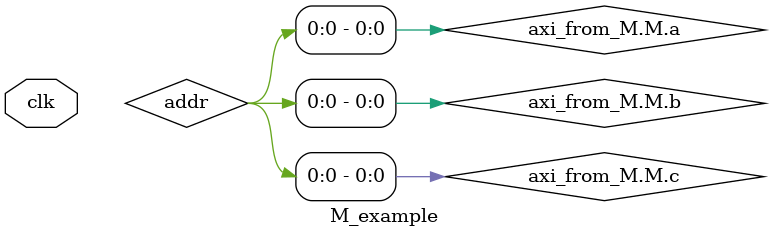
<source format=sv>
module M_example(
    input clk,
    axi.Master axi_from_M
);

    reg [1:0] addr=0;
    always@(posedge clk)begin
        addr<=addr+2'b1;
    end

    assign axi_from_M.M.a = addr;
    assign axi_from_M.M.b = addr;
    assign axi_from_M.M.c = addr[0];
    
endmodule


</source>
